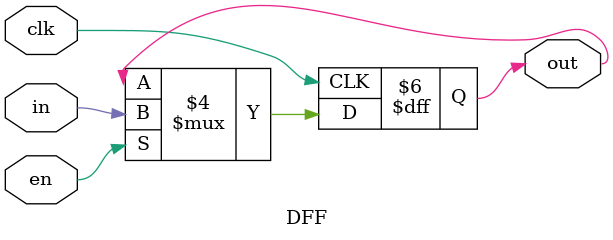
<source format=v>
module DFF(clk, en, in, out);
  parameter n = 1 ;  // width
  input clk, en ;
  input [n-1:0] in ;
  output [n-1:0] out ;
  reg [n-1:0] out ;
  
  always @(posedge clk)
    if (en==1)
      out = in ;
endmodule
</source>
